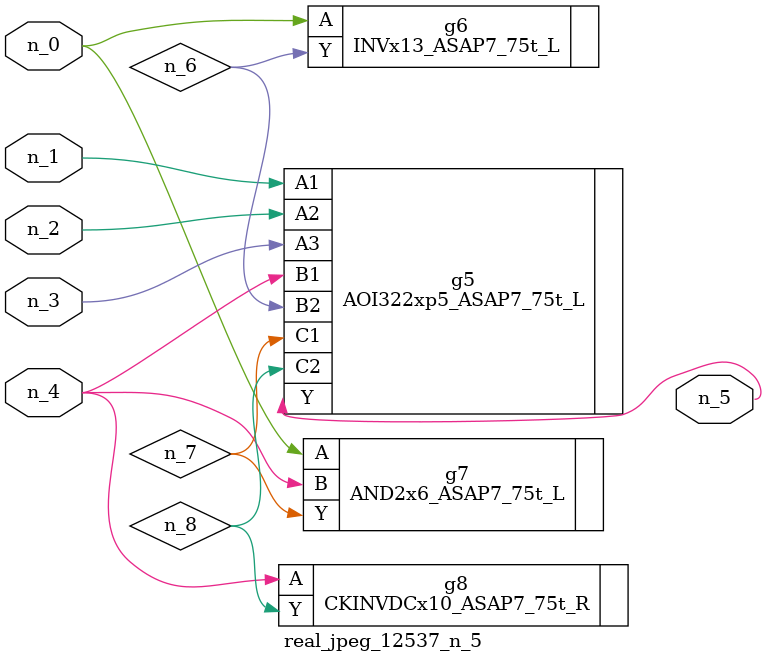
<source format=v>
module real_jpeg_12537_n_5 (n_4, n_0, n_1, n_2, n_3, n_5);

input n_4;
input n_0;
input n_1;
input n_2;
input n_3;

output n_5;

wire n_8;
wire n_6;
wire n_7;

INVx13_ASAP7_75t_L g6 ( 
.A(n_0),
.Y(n_6)
);

AND2x6_ASAP7_75t_L g7 ( 
.A(n_0),
.B(n_4),
.Y(n_7)
);

AOI322xp5_ASAP7_75t_L g5 ( 
.A1(n_1),
.A2(n_2),
.A3(n_3),
.B1(n_4),
.B2(n_6),
.C1(n_7),
.C2(n_8),
.Y(n_5)
);

CKINVDCx10_ASAP7_75t_R g8 ( 
.A(n_4),
.Y(n_8)
);


endmodule
</source>
